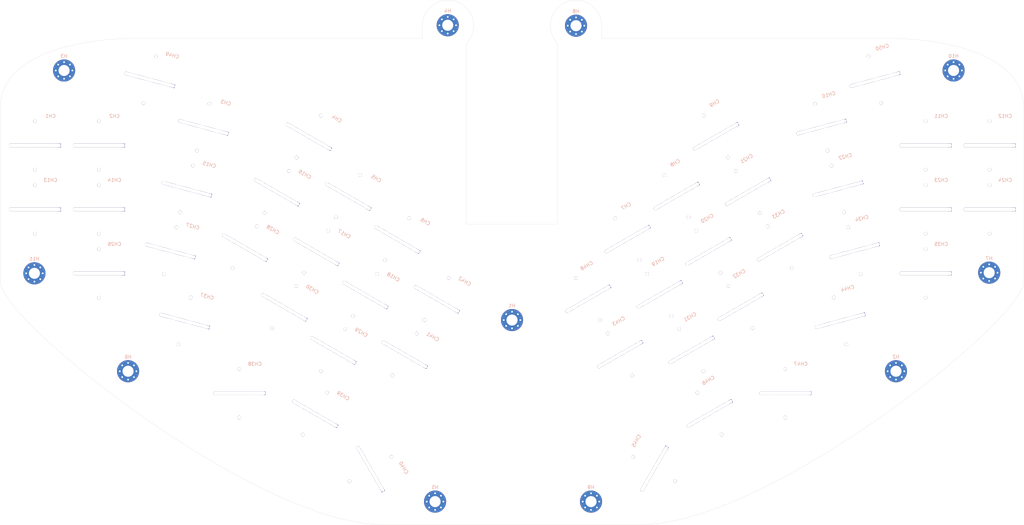
<source format=kicad_pcb>
(kicad_pcb (version 20241229) (generator "pcbnew") (generator_version "9.0")
  (layers (0 "F.Cu" signal) (2 "B.Cu" signal) (13 "F.Paste" user) (15 "B.Paste" user) (5 "F.SilkS" user "F.Silkscreen") (7 "B.SilkS" user "B.Silkscreen") (1 "F.Mask" user) (3 "B.Mask" user) (25 "Edge.Cuts" user))
  (net 0 "")
  (footprint "packed_switches_library:SW_KS33_hole" (layer "B.Cu") (at 326.889525 71.122028 -165)
    (property "Reference" "CH50")
    (property "Value" "KS33_SW_HS" (hide yes))
  )
  (footprint "packed_switches_library:SW_KS33_hole" (layer "B.Cu") (at 190.933849 150.546886 150)
    (property "Reference" "CH41")
    (property "Value" "KS33_SW_HS" (hide yes))
  )
  (footprint "packed_switches_library:SW_KS33_hole" (layer "B.Cu") (at 269.523259 104.810387 -150)
    (property "Reference" "CH8")
    (property "Value" "KS33_SW_HS" (hide yes))
  )
  (footprint "packed_switches_library:SW_KS33_hole" (layer "B.Cu") (at 263.074952 183.66306 -120)
    (property "Reference" "CH45")
    (property "Value" "KS33_SW_HS" (hide yes))
  )
  (footprint "packed_switches_library:SW_KS33_hole" (layer "B.Cu") (at 200.183849 134.525416 150)
    (property "Reference" "CH42")
    (property "Value" "KS33_SW_HS" (hide yes))
  )
  (footprint "packed_switches_library:SW_KS33_hole" (layer "B.Cu") (at 165.042746 167.641591 150)
    (property "Reference" "CH39")
    (property "Value" "KS33_SW_HS" (hide yes))
  )
  (footprint "packed_switches_library:SW_KS33_hole" (layer "B.Cu") (at 360.069168 90.124988 180)
    (property "Reference" "CH12")
    (property "Value" "KS33_SW_HS" (hide yes))
  )
  (footprint "packed_switches_library:SW_KS33_hole" (layer "B.Cu") (at 163.219439 87.549654 150)
    (property "Reference" "CH4")
    (property "Value" "KS33_SW_HS" (hide yes))
  )
  (footprint "MountingHole:MountingHole_3.2mm_M3_Pad_Via" (layer "B.Cu") (at 199.756761 193.087873 180)
    (property "Reference" "H5")
    (property "Value" "MountingHole")
  )
  (footprint "packed_switches_library:SW_KS33_hole" (layer "B.Cu") (at 290.169729 103.571122 -150)
    (property "Reference" "CH21")
    (property "Value" "KS33_SW_HS" (hide yes))
  )
  (footprint "packed_switches_library:SW_KS33_hole" (layer "B.Cu") (at 278.773259 120.831857 -150)
    (property "Reference" "CH20")
    (property "Value" "KS33_SW_HS" (hide yes))
  )
  (footprint "packed_switches_library:SW_KS33_hole" (layer "B.Cu") (at 102.57 90.124989 180)
    (property "Reference" "CH2")
    (property "Value" "KS33_SW_HS" (hide yes))
  )
  (footprint "packed_switches_library:SW_KS33_hole" (layer "B.Cu") (at 132.725195 84.844995 165)
    (property "Reference" "CH3")
    (property "Value" "KS33_SW_HS" (hide yes))
  )
  (footprint "packed_switches_library:SW_KS33_hole" (layer "B.Cu") (at 341.569168 90.124988 180)
    (property "Reference" "CH11")
    (property "Value" "KS33_SW_HS" (hide yes))
  )
  (footprint "MountingHole:MountingHole_3.2mm_M3_Pad_Via" (layer "B.Cu") (at 349.65 68.45 180)
    (property "Reference" "H10")
    (property "Value" "MountingHole")
  )
  (footprint "MountingHole:MountingHole_3.2mm_M3_Pad_Via" (layer "B.Cu") (at 240.5 55.5 180)
    (property "Reference" "H8")
    (property "Value" "MountingHole")
  )
  (footprint "packed_switches_library:SW_KS33_hole" (layer "B.Cu") (at 299.419729 119.592591 -150)
    (property "Reference" "CH33")
    (property "Value" "KS33_SW_HS" (hide yes))
  )
  (footprint "packed_switches_library:SW_KS33_hole" (layer "B.Cu") (at 311.413973 84.844994 -165)
    (property "Reference" "CH10")
    (property "Value" "KS33_SW_HS" (hide yes))
  )
  (footprint "packed_switches_library:SW_KS33_hole" (layer "B.Cu") (at 174.615909 104.810387 150)
    (property "Reference" "CH5")
    (property "Value" "KS33_SW_HS" (hide yes))
  )
  (footprint "packed_switches_library:SW_KS33_hole" (layer "B.Cu") (at 179.537379 133.286151 150)
    (property "Reference" "CH18")
    (property "Value" "KS33_SW_HS" (hide yes))
  )
  (footprint "packed_switches_library:SW_KS33_hole" (layer "B.Cu") (at 84.07 108.624989 180)
    (property "Reference" "CH13")
    (property "Value" "KS33_SW_HS" (hide yes))
  )
  (footprint "packed_switches_library:SW_KS33_hole" (layer "B.Cu") (at 316.843616 140.847954 -165)
    (property "Reference" "CH44")
    (property "Value" "KS33_SW_HS" (hide yes))
  )
  (footprint "packed_switches_library:SW_KS33_hole" (layer "B.Cu") (at 84.07 90.124989 180)
    (property "Reference" "CH1")
    (property "Value" "KS33_SW_HS" (hide yes))
  )
  (footprint "MountingHole:MountingHole_3.2mm_M3_Pad_Via" (layer "B.Cu") (at 203.41184 55.377882 180)
    (property "Reference" "H4")
    (property "Value" "MountingHole")
  )
  (footprint "packed_switches_library:SW_KS33_hole" (layer "B.Cu") (at 273.851789 149.30762 -150)
    (property "Reference" "CH31")
    (property "Value" "KS33_SW_HS" (hide yes))
  )
  (footprint "MountingHole:MountingHole_3.2mm_M3_Pad_Via" (layer "B.Cu") (at 83.919903 127.087791 180)
    (property "Reference" "H11")
    (property "Value" "MountingHole")
  )
  (footprint "packed_switches_library:SW_KS33_hole" (layer "B.Cu") (at 288.023259 136.853326 -150)
    (property "Reference" "CH32")
    (property "Value" "KS33_SW_HS" (hide yes))
  )
  (footprint "packed_switches_library:SW_KS33_hole" (layer "B.Cu") (at 316.202125 102.714622 -165)
    (property "Reference" "CH22")
    (property "Value" "KS33_SW_HS" (hide yes))
  )
  (footprint "packed_switches_library:SW_KS33_hole" (layer "B.Cu") (at 117.249643 71.122029 165)
    (property "Reference" "CH49")
    (property "Value" "KS33_SW_HS" (hide yes))
  )
  (footprint "packed_switches_library:SW_KS33_hole" (layer "B.Cu") (at 170.287379 149.307621 150)
    (property "Reference" "CH29")
    (property "Value" "KS33_SW_HS" (hide yes))
  )
  (footprint "MountingHole:MountingHole_3.2mm_M3_Pad_Via" (layer "B.Cu") (at 92.5 68.45 180)
    (property "Reference" "H3")
    (property "Value" "MountingHole")
  )
  (footprint "MountingHole:MountingHole_3.2mm_M3_Pad_Via" (layer "B.Cu") (at 222 140.6 180)
    (property "Reference" "H1")
    (property "Value" "MountingHole")
  )
  (footprint "packed_switches_library:SW_KS33_hole" (layer "B.Cu") (at 143.157011 161.777326 180)
    (property "Reference" "CH38")
    (property "Value" "KS33_SW_HS" (hide yes))
  )
  (footprint "packed_switches_library:SW_KS33_hole" (layer "B.Cu") (at 341.569168 127.124988 180)
    (property "Reference" "CH35")
    (property "Value" "KS33_SW_HS" (hide yes))
  )
  (footprint "packed_switches_library:SW_KS33_hole" (layer "B.Cu") (at 255.351789 117.264681 -150)
    (property "Reference" "CH7")
    (property "Value" "KS33_SW_HS" (hide yes))
  )
  (footprint "packed_switches_library:SW_KS33_hole" (layer "B.Cu") (at 153.969439 103.571123 150)
    (property "Reference" "CH16")
    (property "Value" "KS33_SW_HS" (hide yes))
  )
  (footprint "packed_switches_library:SW_KS33_hole" (layer "B.Cu") (at 280.919729 87.549652 -150)
    (property "Reference" "CH9")
    (property "Value" "KS33_SW_HS" (hide yes))
  )
  (footprint "packed_switches_library:SW_KS33_hole" (layer "B.Cu") (at 123.14889 120.584251 165)
    (property "Reference" "CH27")
    (property "Value" "KS33_SW_HS" (hide yes))
  )
  (footprint "packed_switches_library:SW_KS33_hole" (layer "B.Cu") (at 279.096422 167.64159 -150)
    (property "Reference" "CH46")
    (property "Value" "KS33_SW_HS" (hide yes))
  )
  (footprint "packed_switches_library:SW_KS33_hole" (layer "B.Cu") (at 181.064216 183.663061 120)
    (property "Reference" "CH40")
    (property "Value" "KS33_SW_HS" (hide yes))
  )
  (footprint "packed_switches_library:SW_KS33_hole" (layer "B.Cu") (at 165.365909 120.831857 150)
    (property "Reference" "CH17")
    (property "Value" "KS33_SW_HS" (hide yes))
  )
  (footprint "packed_switches_library:SW_KS33_hole" (layer "B.Cu") (at 360.069168 108.624988 180)
    (property "Reference" "CH24")
    (property "Value" "KS33_SW_HS" (hide yes))
  )
  (footprint "packed_switches_library:SW_KS33_hole" (layer "B.Cu") (at 127.295552 140.847955 165)
    (property "Reference" "CH37")
    (property "Value" "KS33_SW_HS" (hide yes))
  )
  (footprint "MountingHole:MountingHole_3.2mm_M3_Pad_Via" (layer "B.Cu") (at 359.949138 126.90299 180)
    (property "Reference" "H7")
    (property "Value" "MountingHole")
  )
  (footprint "packed_switches_library:SW_KS33_hole" (layer "B.Cu") (at 243.955319 134.525416 -150)
    (property "Reference" "CH48")
    (property "Value" "KS33_SW_HS" (hide yes))
  )
  (footprint "MountingHole:MountingHole_3.2mm_M3_Pad_Via" (layer "B.Cu") (at 111 155.4 180)
    (property "Reference" "H6")
    (property "Value" "MountingHole")
  )
  (footprint "packed_switches_library:SW_KS33_hole" (layer "B.Cu") (at 188.787379 117.264681 150)
    (property "Reference" "CH6")
    (property "Value" "KS33_SW_HS" (hide yes))
  )
  (footprint "packed_switches_library:SW_KS33_hole" (layer "B.Cu") (at 156.115909 136.853327 150)
    (property "Reference" "CH30")
    (property "Value" "KS33_SW_HS" (hide yes))
  )
  (footprint "MountingHole:MountingHole_3.2mm_M3_Pad_Via" (layer "B.Cu") (at 244.838781 193.087873 180)
    (property "Reference" "H9")
    (property "Value" "MountingHole")
  )
  (footprint "packed_switches_library:SW_KS33_hole" (layer "B.Cu") (at 144.719439 119.592592 150)
    (property "Reference" "CH28")
    (property "Value" "KS33_SW_HS" (hide yes))
  )
  (footprint "packed_switches_library:SW_KS33_hole" (layer "B.Cu") (at 341.569168 108.624988 180)
    (property "Reference" "CH23")
    (property "Value" "KS33_SW_HS" (hide yes))
  )
  (footprint "packed_switches_library:SW_KS33_hole" (layer "B.Cu") (at 320.990278 120.58425 -165)
    (property "Reference" "CH34")
    (property "Value" "KS33_SW_HS" (hide yes))
  )
  (footprint "packed_switches_library:SW_KS33_hole" (layer "B.Cu") (at 127.937043 102.714623 165)
    (property "Reference" "CH15")
    (property "Value" "KS33_SW_HS" (hide yes))
  )
  (footprint "packed_switches_library:SW_KS33_hole" (layer "B.Cu") (at 264.601789 133.286151 -150)
    (property "Reference" "CH19")
    (property "Value" "KS33_SW_HS" (hide yes))
  )
  (footprint "packed_switches_library:SW_KS33_hole" (layer "B.Cu") (at 253.205319 150.546885 -150)
    (property "Reference" "CH43")
    (property "Value" "KS33_SW_HS" (hide yes))
  )
  (footprint "packed_switches_library:SW_KS33_hole" (layer "B.Cu") (at 102.57 108.624989 180)
    (property "Reference" "CH14")
    (property "Value" "KS33_SW_HS" (hide yes))
  )
  (footprint "MountingHole:MountingHole_3.2mm_M3_Pad_Via" (layer "B.Cu") (at 333 155.4 180)
    (property "Reference" "H2")
    (property "Value" "MountingHole")
  )
  (footprint "packed_switches_library:SW_KS33_hole" (layer "B.Cu") (at 300.982157 161.777325 180)
    (property "Reference" "CH47")
    (property "Value" "KS33_SW_HS" (hide yes))
  )
  (footprint "packed_switches_library:SW_KS33_hole" (layer "B.Cu") (at 102.57 127.124989 180)
    (property "Reference" "CH26")
    (property "Value" "KS33_SW_HS" (hide yes))
  )
  (gr_curve (pts (xy 370 79.55) (xy 370 59.2) (xy 333 59.2) (xy 333 59.2)) (stroke (width 0.05)) (layer "Edge.Cuts"))
  (gr_curve (pts (xy 185 199.8) (xy 148 199.8) (xy 74 140.6) (xy 74 129.5)) (stroke (width 0.05)) (layer "Edge.Cuts"))
  (gr_line (start 196.1 59.2) (end 196.1 55.5) (stroke (width 0.05)) (layer "Edge.Cuts"))
  (gr_line (start 247.9 59.2) (end 247.9 55.5) (stroke (width 0.05)) (layer "Edge.Cuts"))
  (gr_line (start 185 199.8) (end 259 199.8) (stroke (width 0.05)) (layer "Edge.Cuts"))
  (gr_curve (pts (xy 259 199.8) (xy 296 199.8) (xy 370 140.6) (xy 370 129.5)) (stroke (width 0.05)) (layer "Edge.Cuts"))
  (gr_arc (start 196.1 55.5) (mid 206.331857 48.663291) (end 208.73259 60.73259) (stroke (width 0.05)) (layer "Edge.Cuts"))
  (gr_line (start 74 79.55) (end 74 118.4) (stroke (width 0.05)) (layer "Edge.Cuts"))
  (gr_curve (pts (xy 74 129.5) (xy 74 118.4) (xy 74 118.4) (xy 74 118.4)) (stroke (width 0.05)) (layer "Edge.Cuts"))
  (gr_line (start 370 79.55) (end 370 118.4) (stroke (width 0.05)) (layer "Edge.Cuts"))
  (gr_line (start 208.73259 60.73259) (end 208.73259 112.85) (stroke (width 0.05)) (layer "Edge.Cuts"))
  (gr_line (start 208.73259 112.85) (end 235.115709 112.85) (stroke (width 0.05)) (layer "Edge.Cuts"))
  (gr_curve (pts (xy 370 129.5) (xy 370 118.4) (xy 370 118.4) (xy 370 118.4)) (stroke (width 0.05)) (layer "Edge.Cuts"))
  (gr_line (start 111 59.2) (end 196.1 59.2) (stroke (width 0.05)) (layer "Edge.Cuts"))
  (gr_curve (pts (xy 74 79.55) (xy 74 59.2) (xy 111 59.2) (xy 111 59.2)) (stroke (width 0.05)) (layer "Edge.Cuts"))
  (gr_line (start 235.115709 60.576357) (end 235.115709 112.85) (stroke (width 0.05)) (layer "Edge.Cuts"))
  (gr_line (start 333 59.2) (end 247.9 59.2) (stroke (width 0.05)) (layer "Edge.Cuts"))
  (gr_arc (start 235.115709 60.576358) (mid 237.769044 48.622364) (end 247.9 55.5) (stroke (width 0.05)) (layer "Edge.Cuts"))
)
</source>
